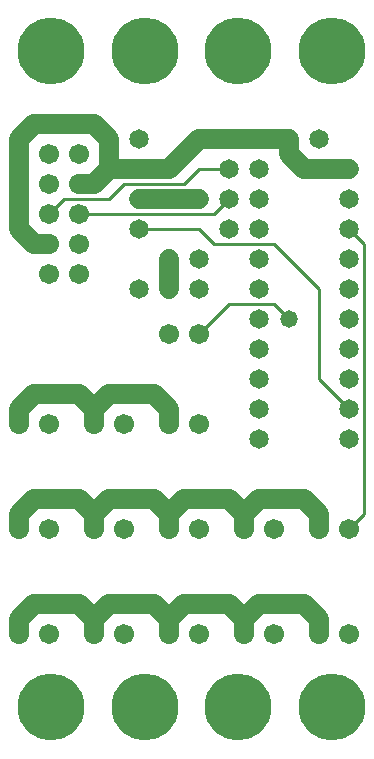
<source format=gbl>
%MOIN*%
%FSLAX25Y25*%
G04 D10 used for Character Trace; *
G04     Circle (OD=.01000) (No hole)*
G04 D11 used for Power Trace; *
G04     Circle (OD=.06500) (No hole)*
G04 D12 used for Signal Trace; *
G04     Circle (OD=.01100) (No hole)*
G04 D13 used for Via; *
G04     Circle (OD=.05800) (Round. Hole ID=.02800)*
G04 D14 used for Component hole; *
G04     Circle (OD=.06500) (Round. Hole ID=.03500)*
G04 D15 used for Component hole; *
G04     Circle (OD=.06700) (Round. Hole ID=.04300)*
G04 D16 used for Component hole; *
G04     Circle (OD=.08100) (Round. Hole ID=.05100)*
G04 D17 used for Component hole; *
G04     Circle (OD=.08900) (Round. Hole ID=.05900)*
G04 D18 used for Component hole; *
G04     Circle (OD=.11300) (Round. Hole ID=.08300)*
G04 D19 used for Component hole; *
G04     Circle (OD=.16000) (Round. Hole ID=.13000)*
G04 D20 used for Component hole; *
G04     Circle (OD=.18300) (Round. Hole ID=.15300)*
G04 D21 used for Component hole; *
G04     Circle (OD=.22291) (Round. Hole ID=.19291)*
%ADD10C,.01000*%
%ADD11C,.06500*%
%ADD12C,.01100*%
%ADD13C,.05800*%
%ADD14C,.06500*%
%ADD15C,.06700*%
%ADD16C,.08100*%
%ADD17C,.08900*%
%ADD18C,.11300*%
%ADD19C,.16000*%
%ADD20C,.18300*%
%ADD21C,.22291*%
%IPPOS*%
%LPD*%
G90*X0Y0D02*D21*X15625Y15625D03*D15*              
X40000Y40000D03*X30000D03*D11*Y45000D01*          
X35000Y50000D01*X50000D01*X55000Y45000D01*        
Y40000D01*D15*D03*D11*Y45000D02*X60000Y50000D01*  
X75000D01*X80000Y45000D01*Y40000D01*D15*D03*D11*  
Y45000D02*X85000Y50000D01*X100000D01*             
X105000Y45000D01*Y40000D01*D15*D03*X115000D03*    
X90000D03*D21*X78125Y15625D03*X109375D03*D15*     
X115000Y75000D03*D12*X120000Y80000D01*Y170000D01* 
X115000Y175000D01*D14*D03*Y185000D03*Y165000D03*  
D12*X105000Y125000D02*Y155000D01*                 
X115000Y115000D02*X105000Y125000D01*D14*          
X115000Y115000D03*Y125000D03*Y105000D03*          
Y135000D03*X85000Y145000D03*D11*X80000Y80000D02*  
X85000Y85000D01*X80000Y75000D02*Y80000D01*D15*    
Y75000D03*D11*Y80000D02*X75000Y85000D01*X60000D01*
X55000Y80000D01*Y75000D01*D15*D03*D11*Y80000D02*  
X50000Y85000D01*X35000D01*X30000Y80000D01*        
Y75000D01*D15*D03*D11*Y80000D02*X25000Y85000D01*  
X10000D01*X5000Y80000D01*Y75000D01*D15*D03*       
X15000D03*D11*X5000Y45000D02*X10000Y50000D01*     
X5000Y40000D02*Y45000D01*D15*Y40000D03*D11*       
X10000Y50000D02*X25000D01*X30000Y45000D01*D15*    
X15000Y40000D03*X40000Y75000D03*D21*              
X46875Y15625D03*D15*X65000Y40000D03*Y75000D03*D11*
X85000Y85000D02*X100000D01*X105000Y80000D01*      
Y75000D01*D15*D03*X90000D03*D14*X85000Y105000D03* 
D15*X65000Y110000D03*D14*X85000Y115000D03*D11*    
X55000Y110000D02*Y115000D01*D15*Y110000D03*D11*   
Y115000D02*X50000Y120000D01*X35000D01*            
X30000Y115000D01*Y110000D01*D15*D03*D11*          
Y115000D02*X25000Y120000D01*X10000D01*            
X5000Y115000D01*Y110000D01*D15*D03*X15000D03*     
X40000D03*D14*X45000Y155000D03*D15*               
X25000Y160000D03*X15000D03*X55000Y140000D03*D14*  
Y155000D03*D11*Y165000D01*D14*D03*                
X65000Y155000D03*D12*X70000Y170000D02*            
X65000Y175000D01*X70000Y170000D02*X90000D01*      
X105000Y155000D01*D14*X115000Y145000D03*D13*      
X95000D03*D12*X90000Y150000D01*X75000D01*         
X65000Y140000D01*D15*D03*D14*X85000Y125000D03*    
Y135000D03*Y155000D03*Y165000D03*X65000D03*       
X85000Y175000D03*X75000D03*D12*X45000D02*         
X65000D01*D14*X45000D03*D12*X20000Y185000D02*     
X35000D01*X15000Y180000D02*X20000Y185000D01*D15*  
X15000Y180000D03*X25000Y170000D03*Y190000D03*D11* 
X30000D01*X35000Y195000D01*X45000D01*D14*D03*D11* 
X55000D01*X65000Y205000D01*X75000D01*D14*D03*D11* 
X95000D01*D14*D03*D11*Y200000D01*                 
X100000Y195000D01*X115000D01*D14*D03*             
X105000Y205000D03*X85000Y195000D03*Y185000D03*    
X75000Y195000D03*D12*X65000D01*X60000Y190000D01*  
X40000D01*X35000Y185000D01*D14*X45000D03*D11*     
X65000D01*D13*D03*D12*X25000Y180000D02*X70000D01* 
D15*X25000D03*X15000Y190000D03*Y170000D03*D11*    
X10000D01*X5000Y175000D01*Y205000D01*             
X10000Y210000D01*X30000D01*X35000Y205000D01*      
Y195000D01*D14*X45000Y205000D03*D15*              
X25000Y200000D03*X15000D03*D12*X70000Y180000D02*  
X75000Y185000D01*D14*D03*X115000Y155000D03*D21*   
X109375Y234375D03*X78125D03*X46875D03*X15625D03*  
M02*                                              

</source>
